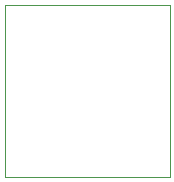
<source format=gbr>
%TF.GenerationSoftware,KiCad,Pcbnew,(6.0.1)*%
%TF.CreationDate,2022-04-14T01:05:29-05:00*%
%TF.ProjectId,DRV2605LDGSR,44525632-3630-4354-9c44-4753522e6b69,rev?*%
%TF.SameCoordinates,Original*%
%TF.FileFunction,Profile,NP*%
%FSLAX46Y46*%
G04 Gerber Fmt 4.6, Leading zero omitted, Abs format (unit mm)*
G04 Created by KiCad (PCBNEW (6.0.1)) date 2022-04-14 01:05:29*
%MOMM*%
%LPD*%
G01*
G04 APERTURE LIST*
%TA.AperFunction,Profile*%
%ADD10C,0.100000*%
%TD*%
G04 APERTURE END LIST*
D10*
X142875000Y-56515000D02*
X156845000Y-56515000D01*
X156845000Y-56515000D02*
X156845000Y-71120000D01*
X156845000Y-71120000D02*
X142875000Y-71120000D01*
X142875000Y-71120000D02*
X142875000Y-56515000D01*
M02*

</source>
